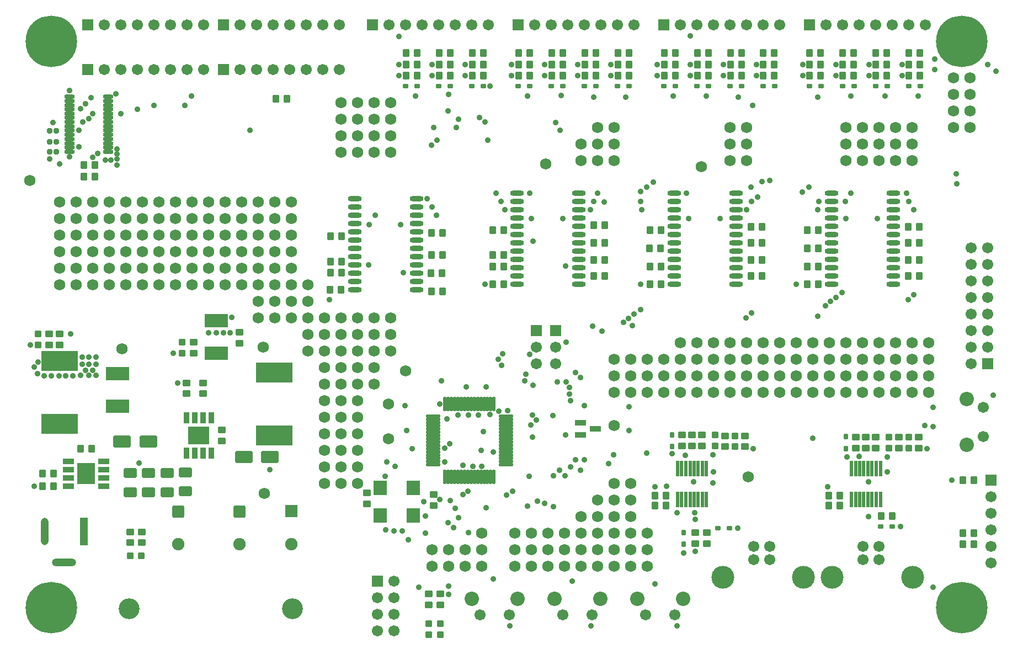
<source format=gts>
G04 Layer_Color=8388736*
%FSLAX23Y23*%
%MOIN*%
G70*
G01*
G75*
G04:AMPARAMS|DCode=81|XSize=47mil|YSize=43mil|CornerRadius=8mil|HoleSize=0mil|Usage=FLASHONLY|Rotation=270.000|XOffset=0mil|YOffset=0mil|HoleType=Round|Shape=RoundedRectangle|*
%AMROUNDEDRECTD81*
21,1,0.047,0.027,0,0,270.0*
21,1,0.031,0.043,0,0,270.0*
1,1,0.017,-0.013,-0.015*
1,1,0.017,-0.013,0.015*
1,1,0.017,0.013,0.015*
1,1,0.017,0.013,-0.015*
%
%ADD81ROUNDEDRECTD81*%
G04:AMPARAMS|DCode=82|XSize=47mil|YSize=43mil|CornerRadius=8mil|HoleSize=0mil|Usage=FLASHONLY|Rotation=180.000|XOffset=0mil|YOffset=0mil|HoleType=Round|Shape=RoundedRectangle|*
%AMROUNDEDRECTD82*
21,1,0.047,0.027,0,0,180.0*
21,1,0.031,0.043,0,0,180.0*
1,1,0.017,-0.015,0.013*
1,1,0.017,0.015,0.013*
1,1,0.017,0.015,-0.013*
1,1,0.017,-0.015,-0.013*
%
%ADD82ROUNDEDRECTD82*%
G04:AMPARAMS|DCode=83|XSize=39mil|YSize=39mil|CornerRadius=8mil|HoleSize=0mil|Usage=FLASHONLY|Rotation=270.000|XOffset=0mil|YOffset=0mil|HoleType=Round|Shape=RoundedRectangle|*
%AMROUNDEDRECTD83*
21,1,0.039,0.024,0,0,270.0*
21,1,0.024,0.039,0,0,270.0*
1,1,0.016,-0.012,-0.012*
1,1,0.016,-0.012,0.012*
1,1,0.016,0.012,0.012*
1,1,0.016,0.012,-0.012*
%
%ADD83ROUNDEDRECTD83*%
G04:AMPARAMS|DCode=84|XSize=34mil|YSize=28mil|CornerRadius=6mil|HoleSize=0mil|Usage=FLASHONLY|Rotation=180.000|XOffset=0mil|YOffset=0mil|HoleType=Round|Shape=RoundedRectangle|*
%AMROUNDEDRECTD84*
21,1,0.034,0.016,0,0,180.0*
21,1,0.022,0.028,0,0,180.0*
1,1,0.012,-0.011,0.008*
1,1,0.012,0.011,0.008*
1,1,0.012,0.011,-0.008*
1,1,0.012,-0.011,-0.008*
%
%ADD84ROUNDEDRECTD84*%
%ADD85R,0.079X0.087*%
%ADD86R,0.022X0.095*%
%ADD87O,0.083X0.032*%
%ADD88O,0.020X0.091*%
%ADD89O,0.091X0.020*%
%ADD90O,0.063X0.026*%
%ADD91R,0.130X0.110*%
%ADD92R,0.032X0.065*%
%ADD93R,0.110X0.130*%
%ADD94R,0.065X0.032*%
G04:AMPARAMS|DCode=95|XSize=32mil|YSize=32mil|CornerRadius=6mil|HoleSize=0mil|Usage=FLASHONLY|Rotation=270.000|XOffset=0mil|YOffset=0mil|HoleType=Round|Shape=RoundedRectangle|*
%AMROUNDEDRECTD95*
21,1,0.032,0.019,0,0,270.0*
21,1,0.019,0.032,0,0,270.0*
1,1,0.013,-0.009,-0.009*
1,1,0.013,-0.009,0.009*
1,1,0.013,0.009,0.009*
1,1,0.013,0.009,-0.009*
%
%ADD95ROUNDEDRECTD95*%
%ADD96R,0.221X0.122*%
G04:AMPARAMS|DCode=97|XSize=34mil|YSize=28mil|CornerRadius=6mil|HoleSize=0mil|Usage=FLASHONLY|Rotation=270.000|XOffset=0mil|YOffset=0mil|HoleType=Round|Shape=RoundedRectangle|*
%AMROUNDEDRECTD97*
21,1,0.034,0.016,0,0,270.0*
21,1,0.022,0.028,0,0,270.0*
1,1,0.012,-0.008,-0.011*
1,1,0.012,-0.008,0.011*
1,1,0.012,0.008,0.011*
1,1,0.012,0.008,-0.011*
%
%ADD97ROUNDEDRECTD97*%
G04:AMPARAMS|DCode=98|XSize=39mil|YSize=39mil|CornerRadius=8mil|HoleSize=0mil|Usage=FLASHONLY|Rotation=0.000|XOffset=0mil|YOffset=0mil|HoleType=Round|Shape=RoundedRectangle|*
%AMROUNDEDRECTD98*
21,1,0.039,0.024,0,0,0.0*
21,1,0.024,0.039,0,0,0.0*
1,1,0.016,0.012,-0.012*
1,1,0.016,-0.012,-0.012*
1,1,0.016,-0.012,0.012*
1,1,0.016,0.012,0.012*
%
%ADD98ROUNDEDRECTD98*%
G04:AMPARAMS|DCode=99|XSize=106mil|YSize=75mil|CornerRadius=12mil|HoleSize=0mil|Usage=FLASHONLY|Rotation=0.000|XOffset=0mil|YOffset=0mil|HoleType=Round|Shape=RoundedRectangle|*
%AMROUNDEDRECTD99*
21,1,0.106,0.050,0,0,0.0*
21,1,0.082,0.075,0,0,0.0*
1,1,0.025,0.041,-0.025*
1,1,0.025,-0.041,-0.025*
1,1,0.025,-0.041,0.025*
1,1,0.025,0.041,0.025*
%
%ADD99ROUNDEDRECTD99*%
%ADD100R,0.140X0.079*%
G04:AMPARAMS|DCode=101|XSize=79mil|YSize=59mil|CornerRadius=10mil|HoleSize=0mil|Usage=FLASHONLY|Rotation=0.000|XOffset=0mil|YOffset=0mil|HoleType=Round|Shape=RoundedRectangle|*
%AMROUNDEDRECTD101*
21,1,0.079,0.038,0,0,0.0*
21,1,0.058,0.059,0,0,0.0*
1,1,0.021,0.029,-0.019*
1,1,0.021,-0.029,-0.019*
1,1,0.021,-0.029,0.019*
1,1,0.021,0.029,0.019*
%
%ADD101ROUNDEDRECTD101*%
%ADD102C,0.068*%
%ADD103C,0.067*%
%ADD104R,0.067X0.067*%
%ADD105C,0.087*%
%ADD106R,0.047X0.165*%
%ADD107O,0.047X0.165*%
%ADD108O,0.146X0.047*%
%ADD109R,0.067X0.067*%
%ADD110C,0.138*%
%ADD111C,0.126*%
%ADD112C,0.075*%
%ADD113R,0.075X0.075*%
G04:AMPARAMS|DCode=114|XSize=75mil|YSize=75mil|CornerRadius=12mil|HoleSize=0mil|Usage=FLASHONLY|Rotation=270.000|XOffset=0mil|YOffset=0mil|HoleType=Round|Shape=RoundedRectangle|*
%AMROUNDEDRECTD114*
21,1,0.075,0.050,0,0,270.0*
21,1,0.050,0.075,0,0,270.0*
1,1,0.025,-0.025,-0.025*
1,1,0.025,-0.025,0.025*
1,1,0.025,0.025,0.025*
1,1,0.025,0.025,-0.025*
%
%ADD114ROUNDEDRECTD114*%
%ADD115C,0.075*%
%ADD116C,0.311*%
%ADD117C,0.036*%
D81*
X197Y985D02*
D03*
X263D02*
D03*
X263Y1060D02*
D03*
X197D02*
D03*
X5497Y3465D02*
D03*
X5430D02*
D03*
X5297D02*
D03*
X5230D02*
D03*
X5097D02*
D03*
X5030D02*
D03*
X4897D02*
D03*
X4830D02*
D03*
X4617D02*
D03*
X4550D02*
D03*
X4418D02*
D03*
X4352D02*
D03*
X4218D02*
D03*
X4152D02*
D03*
X4018D02*
D03*
X3952D02*
D03*
X3738D02*
D03*
X3672D02*
D03*
X3538D02*
D03*
X3472D02*
D03*
X3338D02*
D03*
X3272D02*
D03*
X3138D02*
D03*
X3072D02*
D03*
X2858D02*
D03*
X2792D02*
D03*
X2658D02*
D03*
X2592D02*
D03*
X2458D02*
D03*
X2392D02*
D03*
X5430Y3600D02*
D03*
X5497D02*
D03*
X5230D02*
D03*
X5297D02*
D03*
X5030D02*
D03*
X5097D02*
D03*
X4830D02*
D03*
X4897D02*
D03*
X4550D02*
D03*
X4617D02*
D03*
X4352D02*
D03*
X4418D02*
D03*
X4152D02*
D03*
X4218D02*
D03*
X3952D02*
D03*
X4018D02*
D03*
X3672D02*
D03*
X3738D02*
D03*
X3472D02*
D03*
X3538D02*
D03*
X3272D02*
D03*
X3338D02*
D03*
X3072D02*
D03*
X3138D02*
D03*
X2792D02*
D03*
X2858D02*
D03*
X2592D02*
D03*
X2658D02*
D03*
X2392D02*
D03*
X2458D02*
D03*
X5497Y3530D02*
D03*
X5430D02*
D03*
X5297D02*
D03*
X5230D02*
D03*
X5097D02*
D03*
X5030D02*
D03*
X4897D02*
D03*
X4830D02*
D03*
X4617D02*
D03*
X4550D02*
D03*
X4418D02*
D03*
X4352D02*
D03*
X4218D02*
D03*
X4152D02*
D03*
X4018D02*
D03*
X3952D02*
D03*
X3738D02*
D03*
X3672D02*
D03*
X3538D02*
D03*
X3472D02*
D03*
X3338D02*
D03*
X3272D02*
D03*
X3138D02*
D03*
X3072D02*
D03*
X2858D02*
D03*
X2792D02*
D03*
X2658D02*
D03*
X2592D02*
D03*
X2458D02*
D03*
X2392D02*
D03*
X5328Y805D02*
D03*
X5262D02*
D03*
X4947Y867D02*
D03*
X5013D02*
D03*
X3897D02*
D03*
X3963D02*
D03*
X4947Y927D02*
D03*
X5013D02*
D03*
X3897D02*
D03*
X3963D02*
D03*
X2547Y2515D02*
D03*
X2613D02*
D03*
X3527Y2560D02*
D03*
X3593D02*
D03*
X4477Y2550D02*
D03*
X4543D02*
D03*
X5427D02*
D03*
X5493D02*
D03*
X2003Y2495D02*
D03*
X1937D02*
D03*
X2983Y2530D02*
D03*
X2917D02*
D03*
X3933D02*
D03*
X3867D02*
D03*
X4883D02*
D03*
X4817D02*
D03*
X2542Y2270D02*
D03*
X2608D02*
D03*
X3527Y2350D02*
D03*
X3593D02*
D03*
X4477D02*
D03*
X4543D02*
D03*
X5427D02*
D03*
X5493D02*
D03*
X2003Y2275D02*
D03*
X1937D02*
D03*
X2983Y2310D02*
D03*
X2917D02*
D03*
X3933D02*
D03*
X3867D02*
D03*
X4883D02*
D03*
X4817D02*
D03*
X5823Y700D02*
D03*
X5757D02*
D03*
X5823Y635D02*
D03*
X5757D02*
D03*
X5823Y1020D02*
D03*
X5757D02*
D03*
X447Y2925D02*
D03*
X513D02*
D03*
X493Y1210D02*
D03*
X427D02*
D03*
X1673Y3325D02*
D03*
X1607D02*
D03*
X513Y2855D02*
D03*
X447D02*
D03*
X3862Y2420D02*
D03*
X3928D02*
D03*
X4817D02*
D03*
X4883D02*
D03*
X4543Y2255D02*
D03*
X4477D02*
D03*
X5493D02*
D03*
X5427D02*
D03*
X4543Y2455D02*
D03*
X4477D02*
D03*
X5493D02*
D03*
X5427D02*
D03*
X1932Y2170D02*
D03*
X1998D02*
D03*
X2917Y2205D02*
D03*
X2983D02*
D03*
X3867D02*
D03*
X3933D02*
D03*
X4817D02*
D03*
X4883D02*
D03*
X2003Y2340D02*
D03*
X1937D02*
D03*
X2983Y2380D02*
D03*
X2917D02*
D03*
X2547Y2160D02*
D03*
X2613D02*
D03*
X3593Y2255D02*
D03*
X3527D02*
D03*
X2547Y2380D02*
D03*
X2613D02*
D03*
X3593Y2455D02*
D03*
X3527D02*
D03*
D82*
X235Y1903D02*
D03*
Y1837D02*
D03*
X4210Y637D02*
D03*
Y703D02*
D03*
X4140Y637D02*
D03*
Y703D02*
D03*
X5490Y1213D02*
D03*
Y1280D02*
D03*
X4440Y1222D02*
D03*
Y1288D02*
D03*
X5370Y1213D02*
D03*
Y1280D02*
D03*
X4320Y1222D02*
D03*
Y1288D02*
D03*
X2155Y877D02*
D03*
Y943D02*
D03*
X725Y708D02*
D03*
Y642D02*
D03*
X1065Y1608D02*
D03*
Y1542D02*
D03*
X1165Y1542D02*
D03*
Y1608D02*
D03*
X1110Y1853D02*
D03*
Y1787D02*
D03*
X5230Y1213D02*
D03*
Y1280D02*
D03*
X4180Y1227D02*
D03*
Y1293D02*
D03*
X5110Y1213D02*
D03*
Y1280D02*
D03*
X4060Y1227D02*
D03*
Y1293D02*
D03*
X5170Y1213D02*
D03*
Y1280D02*
D03*
X4120Y1227D02*
D03*
Y1293D02*
D03*
X2560Y867D02*
D03*
Y933D02*
D03*
X795Y642D02*
D03*
Y708D02*
D03*
X1385Y1913D02*
D03*
Y1847D02*
D03*
X1280Y1257D02*
D03*
Y1323D02*
D03*
X300Y1903D02*
D03*
Y1837D02*
D03*
X2530Y333D02*
D03*
Y267D02*
D03*
X2600Y333D02*
D03*
Y267D02*
D03*
D83*
X170Y1903D02*
D03*
Y1837D02*
D03*
X5430Y1280D02*
D03*
Y1213D02*
D03*
X4380Y1288D02*
D03*
Y1222D02*
D03*
X5310Y1280D02*
D03*
Y1213D02*
D03*
X4260Y1293D02*
D03*
Y1227D02*
D03*
X1040Y1853D02*
D03*
Y1787D02*
D03*
X2530Y87D02*
D03*
Y153D02*
D03*
X2600Y87D02*
D03*
Y153D02*
D03*
D84*
X5428Y3400D02*
D03*
X5499D02*
D03*
X5228D02*
D03*
X5299D02*
D03*
X5028D02*
D03*
X5099D02*
D03*
X4828D02*
D03*
X4899D02*
D03*
X4548D02*
D03*
X4619D02*
D03*
X4350D02*
D03*
X4420D02*
D03*
X4150D02*
D03*
X4220D02*
D03*
X3950D02*
D03*
X4020D02*
D03*
X3670D02*
D03*
X3740D02*
D03*
X3470D02*
D03*
X3540D02*
D03*
X3270D02*
D03*
X3340D02*
D03*
X3070D02*
D03*
X3140D02*
D03*
X2790D02*
D03*
X2860D02*
D03*
X2590D02*
D03*
X2660D02*
D03*
X2390D02*
D03*
X2460D02*
D03*
X5330Y740D02*
D03*
X5260D02*
D03*
X4345Y730D02*
D03*
X4275D02*
D03*
D85*
X2235Y973D02*
D03*
X2435D02*
D03*
Y807D02*
D03*
X2235D02*
D03*
D86*
X5258Y1091D02*
D03*
X5233D02*
D03*
X5207D02*
D03*
X5182D02*
D03*
X5157D02*
D03*
X5133D02*
D03*
X5108D02*
D03*
X5082D02*
D03*
X5258Y902D02*
D03*
X5233D02*
D03*
X5207D02*
D03*
X5182D02*
D03*
X5157D02*
D03*
X5133D02*
D03*
X5108D02*
D03*
X5082D02*
D03*
X4207Y1091D02*
D03*
X4182D02*
D03*
X4157D02*
D03*
X4133D02*
D03*
X4108D02*
D03*
X4082D02*
D03*
X4057D02*
D03*
X4032D02*
D03*
X4207Y902D02*
D03*
X4182D02*
D03*
X4157D02*
D03*
X4133D02*
D03*
X4108D02*
D03*
X4082D02*
D03*
X4057D02*
D03*
X4032D02*
D03*
D87*
X2083Y2720D02*
D03*
Y2670D02*
D03*
Y2620D02*
D03*
Y2570D02*
D03*
Y2520D02*
D03*
Y2470D02*
D03*
Y2420D02*
D03*
Y2370D02*
D03*
Y2320D02*
D03*
Y2270D02*
D03*
Y2220D02*
D03*
Y2170D02*
D03*
X2457Y2720D02*
D03*
Y2670D02*
D03*
Y2620D02*
D03*
Y2570D02*
D03*
Y2520D02*
D03*
Y2470D02*
D03*
Y2420D02*
D03*
Y2370D02*
D03*
Y2320D02*
D03*
Y2270D02*
D03*
Y2220D02*
D03*
Y2170D02*
D03*
X3063Y2755D02*
D03*
Y2705D02*
D03*
Y2655D02*
D03*
Y2605D02*
D03*
Y2555D02*
D03*
Y2505D02*
D03*
Y2455D02*
D03*
Y2405D02*
D03*
Y2355D02*
D03*
Y2305D02*
D03*
Y2255D02*
D03*
Y2205D02*
D03*
X3437Y2755D02*
D03*
Y2705D02*
D03*
Y2655D02*
D03*
Y2605D02*
D03*
Y2555D02*
D03*
Y2505D02*
D03*
Y2455D02*
D03*
Y2405D02*
D03*
Y2355D02*
D03*
Y2305D02*
D03*
Y2255D02*
D03*
Y2205D02*
D03*
X4013Y2755D02*
D03*
Y2705D02*
D03*
Y2655D02*
D03*
Y2605D02*
D03*
Y2555D02*
D03*
Y2505D02*
D03*
Y2455D02*
D03*
Y2405D02*
D03*
Y2355D02*
D03*
Y2305D02*
D03*
Y2255D02*
D03*
Y2205D02*
D03*
X4387Y2755D02*
D03*
Y2705D02*
D03*
Y2655D02*
D03*
Y2605D02*
D03*
Y2555D02*
D03*
Y2505D02*
D03*
Y2455D02*
D03*
Y2405D02*
D03*
Y2355D02*
D03*
Y2305D02*
D03*
Y2255D02*
D03*
Y2205D02*
D03*
X4963Y2755D02*
D03*
Y2705D02*
D03*
Y2655D02*
D03*
Y2605D02*
D03*
Y2555D02*
D03*
Y2505D02*
D03*
Y2455D02*
D03*
Y2405D02*
D03*
Y2355D02*
D03*
Y2305D02*
D03*
Y2255D02*
D03*
Y2205D02*
D03*
X5337Y2755D02*
D03*
Y2705D02*
D03*
Y2655D02*
D03*
Y2605D02*
D03*
Y2555D02*
D03*
Y2505D02*
D03*
Y2455D02*
D03*
Y2405D02*
D03*
Y2355D02*
D03*
Y2305D02*
D03*
Y2255D02*
D03*
Y2205D02*
D03*
D88*
X2923Y1040D02*
D03*
X2903D02*
D03*
X2883D02*
D03*
X2864D02*
D03*
X2844D02*
D03*
X2824D02*
D03*
X2805D02*
D03*
X2785D02*
D03*
X2765D02*
D03*
X2745D02*
D03*
X2726D02*
D03*
X2706D02*
D03*
X2686D02*
D03*
X2667D02*
D03*
X2647D02*
D03*
X2627D02*
D03*
Y1480D02*
D03*
X2647D02*
D03*
X2667D02*
D03*
X2686D02*
D03*
X2706D02*
D03*
X2726D02*
D03*
X2745D02*
D03*
X2765D02*
D03*
X2785D02*
D03*
X2805D02*
D03*
X2824D02*
D03*
X2844D02*
D03*
X2864D02*
D03*
X2883D02*
D03*
X2903D02*
D03*
X2923D02*
D03*
D89*
X2555Y1112D02*
D03*
Y1132D02*
D03*
Y1152D02*
D03*
Y1171D02*
D03*
Y1191D02*
D03*
Y1211D02*
D03*
Y1230D02*
D03*
Y1250D02*
D03*
Y1270D02*
D03*
Y1290D02*
D03*
Y1309D02*
D03*
Y1329D02*
D03*
Y1349D02*
D03*
Y1368D02*
D03*
Y1388D02*
D03*
Y1408D02*
D03*
X2995D02*
D03*
Y1388D02*
D03*
Y1368D02*
D03*
Y1349D02*
D03*
Y1329D02*
D03*
Y1309D02*
D03*
Y1290D02*
D03*
Y1270D02*
D03*
Y1250D02*
D03*
Y1230D02*
D03*
Y1211D02*
D03*
Y1191D02*
D03*
Y1171D02*
D03*
Y1152D02*
D03*
Y1132D02*
D03*
Y1112D02*
D03*
D90*
X591Y3004D02*
D03*
Y3029D02*
D03*
Y3055D02*
D03*
Y3081D02*
D03*
Y3106D02*
D03*
Y3132D02*
D03*
Y3157D02*
D03*
Y3183D02*
D03*
Y3209D02*
D03*
Y3234D02*
D03*
Y3260D02*
D03*
Y3285D02*
D03*
Y3311D02*
D03*
Y3337D02*
D03*
X359Y3004D02*
D03*
Y3029D02*
D03*
Y3055D02*
D03*
Y3081D02*
D03*
Y3106D02*
D03*
Y3132D02*
D03*
Y3157D02*
D03*
Y3183D02*
D03*
Y3209D02*
D03*
Y3234D02*
D03*
Y3260D02*
D03*
Y3285D02*
D03*
Y3311D02*
D03*
Y3337D02*
D03*
D91*
X1140Y1290D02*
D03*
D92*
X1065Y1183D02*
D03*
X1115D02*
D03*
X1165D02*
D03*
X1215D02*
D03*
X1065Y1397D02*
D03*
X1115D02*
D03*
X1165D02*
D03*
X1215D02*
D03*
D93*
X460Y1060D02*
D03*
D94*
X567Y985D02*
D03*
Y1035D02*
D03*
Y1085D02*
D03*
Y1135D02*
D03*
X353Y985D02*
D03*
Y1035D02*
D03*
Y1085D02*
D03*
Y1135D02*
D03*
X3445Y1367D02*
D03*
Y1293D02*
D03*
X3537Y1330D02*
D03*
D95*
X240Y3005D02*
D03*
X280D02*
D03*
X240Y3065D02*
D03*
X280D02*
D03*
X240Y3130D02*
D03*
X280D02*
D03*
D96*
X1595Y1289D02*
D03*
Y1671D02*
D03*
X300Y1359D02*
D03*
Y1741D02*
D03*
D97*
X4070Y635D02*
D03*
Y705D02*
D03*
X5050Y1211D02*
D03*
Y1282D02*
D03*
X4000Y1225D02*
D03*
Y1295D02*
D03*
D98*
X727Y565D02*
D03*
X793D02*
D03*
D99*
X1569Y1160D02*
D03*
X1411D02*
D03*
X834Y1255D02*
D03*
X676D02*
D03*
D100*
X1245Y1786D02*
D03*
Y1984D02*
D03*
X650Y1664D02*
D03*
Y1466D02*
D03*
D101*
X1060Y1067D02*
D03*
Y953D02*
D03*
X950Y1062D02*
D03*
Y948D02*
D03*
X835Y1062D02*
D03*
Y948D02*
D03*
X725Y1062D02*
D03*
Y948D02*
D03*
D102*
X120Y2830D02*
D03*
X2285Y1270D02*
D03*
X1530Y1825D02*
D03*
X675Y1815D02*
D03*
X1535Y940D02*
D03*
X4175Y2915D02*
D03*
X4460Y1040D02*
D03*
X2390Y1680D02*
D03*
X2285Y1480D02*
D03*
X3235Y2930D02*
D03*
X3650Y1350D02*
D03*
X300Y2700D02*
D03*
Y2600D02*
D03*
Y2500D02*
D03*
Y2400D02*
D03*
Y2300D02*
D03*
Y2200D02*
D03*
X400D02*
D03*
Y2300D02*
D03*
Y2400D02*
D03*
Y2500D02*
D03*
Y2600D02*
D03*
Y2700D02*
D03*
X500Y2200D02*
D03*
Y2300D02*
D03*
Y2400D02*
D03*
Y2500D02*
D03*
Y2600D02*
D03*
Y2700D02*
D03*
X600Y2200D02*
D03*
Y2300D02*
D03*
Y2400D02*
D03*
Y2500D02*
D03*
Y2600D02*
D03*
Y2700D02*
D03*
X700Y2200D02*
D03*
Y2300D02*
D03*
Y2400D02*
D03*
Y2500D02*
D03*
Y2600D02*
D03*
Y2700D02*
D03*
X800Y2200D02*
D03*
Y2300D02*
D03*
Y2400D02*
D03*
Y2500D02*
D03*
Y2600D02*
D03*
Y2700D02*
D03*
X900Y2200D02*
D03*
Y2300D02*
D03*
Y2400D02*
D03*
Y2500D02*
D03*
Y2600D02*
D03*
Y2700D02*
D03*
X1000Y2200D02*
D03*
Y2300D02*
D03*
Y2400D02*
D03*
Y2500D02*
D03*
Y2600D02*
D03*
Y2700D02*
D03*
X1100Y2200D02*
D03*
Y2300D02*
D03*
Y2400D02*
D03*
Y2500D02*
D03*
Y2600D02*
D03*
Y2700D02*
D03*
X1200Y2200D02*
D03*
Y2300D02*
D03*
Y2400D02*
D03*
Y2500D02*
D03*
Y2600D02*
D03*
Y2700D02*
D03*
X1300Y2200D02*
D03*
Y2300D02*
D03*
Y2400D02*
D03*
Y2500D02*
D03*
Y2600D02*
D03*
Y2700D02*
D03*
X1400Y2200D02*
D03*
Y2300D02*
D03*
Y2400D02*
D03*
Y2500D02*
D03*
Y2600D02*
D03*
Y2700D02*
D03*
X1500Y2200D02*
D03*
Y2300D02*
D03*
Y2400D02*
D03*
Y2500D02*
D03*
Y2600D02*
D03*
Y2700D02*
D03*
X1600Y2200D02*
D03*
Y2300D02*
D03*
Y2400D02*
D03*
Y2500D02*
D03*
Y2600D02*
D03*
Y2700D02*
D03*
X1700Y2200D02*
D03*
Y2300D02*
D03*
Y2400D02*
D03*
Y2500D02*
D03*
Y2600D02*
D03*
Y2700D02*
D03*
X2000Y3300D02*
D03*
X2100D02*
D03*
X2000Y3200D02*
D03*
X2100D02*
D03*
Y3100D02*
D03*
X2000D02*
D03*
X2200Y3300D02*
D03*
Y3200D02*
D03*
Y3100D02*
D03*
X2000Y3000D02*
D03*
X2100D02*
D03*
X2200D02*
D03*
X2300Y3300D02*
D03*
Y3200D02*
D03*
Y3100D02*
D03*
Y3000D02*
D03*
X3450Y3050D02*
D03*
Y2950D02*
D03*
X3550D02*
D03*
Y3050D02*
D03*
Y3150D02*
D03*
X3650D02*
D03*
Y3050D02*
D03*
Y2950D02*
D03*
X4350Y3150D02*
D03*
Y3050D02*
D03*
Y2950D02*
D03*
X4450D02*
D03*
Y3050D02*
D03*
Y3150D02*
D03*
X5150D02*
D03*
X5250D02*
D03*
X5350D02*
D03*
X5450D02*
D03*
Y3050D02*
D03*
X5350D02*
D03*
X5250D02*
D03*
X5150D02*
D03*
Y2950D02*
D03*
X5250D02*
D03*
X5350D02*
D03*
X5450D02*
D03*
X3650Y1750D02*
D03*
Y1650D02*
D03*
Y1550D02*
D03*
X3750D02*
D03*
Y1650D02*
D03*
Y1750D02*
D03*
X3850Y1550D02*
D03*
Y1650D02*
D03*
Y1750D02*
D03*
X3950Y1550D02*
D03*
Y1650D02*
D03*
Y1750D02*
D03*
X4050Y1550D02*
D03*
Y1650D02*
D03*
Y1750D02*
D03*
X4150Y1550D02*
D03*
Y1650D02*
D03*
Y1750D02*
D03*
X4250Y1550D02*
D03*
Y1650D02*
D03*
Y1750D02*
D03*
X4350Y1550D02*
D03*
Y1650D02*
D03*
Y1750D02*
D03*
X4750D02*
D03*
Y1650D02*
D03*
Y1550D02*
D03*
X4650Y1750D02*
D03*
Y1650D02*
D03*
Y1550D02*
D03*
X4550Y1750D02*
D03*
Y1650D02*
D03*
Y1550D02*
D03*
X4450Y1750D02*
D03*
Y1650D02*
D03*
Y1550D02*
D03*
X5150Y1750D02*
D03*
Y1650D02*
D03*
Y1550D02*
D03*
X5050Y1750D02*
D03*
Y1650D02*
D03*
Y1550D02*
D03*
X4950Y1750D02*
D03*
Y1650D02*
D03*
Y1550D02*
D03*
X4850Y1750D02*
D03*
Y1650D02*
D03*
Y1550D02*
D03*
X5550Y1750D02*
D03*
Y1650D02*
D03*
X5450Y1750D02*
D03*
Y1650D02*
D03*
Y1550D02*
D03*
X5350Y1750D02*
D03*
Y1650D02*
D03*
Y1550D02*
D03*
X5250Y1750D02*
D03*
Y1650D02*
D03*
Y1550D02*
D03*
Y1850D02*
D03*
X5350D02*
D03*
X5450D02*
D03*
X5550D02*
D03*
X4850D02*
D03*
X4950D02*
D03*
X5050D02*
D03*
X5150D02*
D03*
X4450D02*
D03*
X4550D02*
D03*
X4650D02*
D03*
X4750D02*
D03*
X4350D02*
D03*
X4250D02*
D03*
X4150D02*
D03*
X4050D02*
D03*
X1500Y2100D02*
D03*
Y2000D02*
D03*
X1600D02*
D03*
Y2100D02*
D03*
X1700D02*
D03*
Y2000D02*
D03*
X1800D02*
D03*
Y2100D02*
D03*
Y2200D02*
D03*
Y1900D02*
D03*
Y1800D02*
D03*
X1900D02*
D03*
Y1900D02*
D03*
Y2000D02*
D03*
X2000D02*
D03*
Y1900D02*
D03*
Y1800D02*
D03*
X2100D02*
D03*
Y1900D02*
D03*
Y2000D02*
D03*
X2200Y1800D02*
D03*
Y1900D02*
D03*
Y2000D02*
D03*
X2300Y1800D02*
D03*
Y1900D02*
D03*
Y2000D02*
D03*
X2200Y1700D02*
D03*
Y1600D02*
D03*
X2100Y1700D02*
D03*
Y1600D02*
D03*
X2000Y1700D02*
D03*
Y1600D02*
D03*
X1900Y1700D02*
D03*
Y1600D02*
D03*
Y1500D02*
D03*
Y1400D02*
D03*
X2000Y1500D02*
D03*
Y1400D02*
D03*
Y1300D02*
D03*
Y1200D02*
D03*
X1900Y1300D02*
D03*
Y1200D02*
D03*
X2100Y1300D02*
D03*
Y1200D02*
D03*
Y1100D02*
D03*
Y1000D02*
D03*
X2000Y1100D02*
D03*
Y1000D02*
D03*
X1900Y1100D02*
D03*
Y1000D02*
D03*
X2100Y1500D02*
D03*
Y1400D02*
D03*
X2550Y600D02*
D03*
Y500D02*
D03*
X2650D02*
D03*
Y600D02*
D03*
X2750D02*
D03*
Y500D02*
D03*
X2850D02*
D03*
Y600D02*
D03*
X3050D02*
D03*
Y500D02*
D03*
Y700D02*
D03*
X3150D02*
D03*
Y500D02*
D03*
Y600D02*
D03*
X3250Y700D02*
D03*
Y500D02*
D03*
Y600D02*
D03*
X3350Y700D02*
D03*
Y500D02*
D03*
Y600D02*
D03*
X3450Y700D02*
D03*
Y500D02*
D03*
Y600D02*
D03*
X3550Y700D02*
D03*
Y500D02*
D03*
Y600D02*
D03*
X3650Y700D02*
D03*
Y500D02*
D03*
Y600D02*
D03*
X3750Y700D02*
D03*
Y500D02*
D03*
Y600D02*
D03*
X3850Y700D02*
D03*
Y500D02*
D03*
Y600D02*
D03*
X3650Y1000D02*
D03*
Y800D02*
D03*
Y900D02*
D03*
X3550Y800D02*
D03*
Y900D02*
D03*
X3450Y800D02*
D03*
X3750Y1000D02*
D03*
Y900D02*
D03*
Y800D02*
D03*
X5050Y3150D02*
D03*
Y3050D02*
D03*
Y2950D02*
D03*
X5700Y3450D02*
D03*
X5800D02*
D03*
Y3350D02*
D03*
X5700D02*
D03*
Y3250D02*
D03*
X5800D02*
D03*
Y3150D02*
D03*
X5700D02*
D03*
X5550Y1550D02*
D03*
X2850Y700D02*
D03*
D103*
X5805Y1925D02*
D03*
Y2025D02*
D03*
Y2125D02*
D03*
Y2225D02*
D03*
Y2325D02*
D03*
Y2425D02*
D03*
X5905Y2225D02*
D03*
Y2125D02*
D03*
Y2025D02*
D03*
Y1925D02*
D03*
Y1825D02*
D03*
Y2325D02*
D03*
Y2425D02*
D03*
X5805Y1725D02*
D03*
Y1825D02*
D03*
X3839Y207D02*
D03*
X4016D02*
D03*
X3339D02*
D03*
X3516D02*
D03*
X2839D02*
D03*
X3016D02*
D03*
X5878Y1284D02*
D03*
Y1461D02*
D03*
X3295Y1725D02*
D03*
Y1825D02*
D03*
X3180Y1725D02*
D03*
Y1825D02*
D03*
X1990Y3770D02*
D03*
X1890D02*
D03*
X1790D02*
D03*
X1690D02*
D03*
X1590D02*
D03*
X1490D02*
D03*
X1390D02*
D03*
X4650D02*
D03*
X4550D02*
D03*
X4450D02*
D03*
X4350D02*
D03*
X4250D02*
D03*
X4150D02*
D03*
X4050D02*
D03*
X1170D02*
D03*
X1070D02*
D03*
X970D02*
D03*
X870D02*
D03*
X770D02*
D03*
X670D02*
D03*
X570D02*
D03*
X3770D02*
D03*
X3670D02*
D03*
X3570D02*
D03*
X3470D02*
D03*
X3370D02*
D03*
X3270D02*
D03*
X3170D02*
D03*
X2220Y310D02*
D03*
Y210D02*
D03*
Y110D02*
D03*
X2320Y410D02*
D03*
Y310D02*
D03*
Y210D02*
D03*
Y110D02*
D03*
X2890Y3770D02*
D03*
X2790D02*
D03*
X2690D02*
D03*
X2590D02*
D03*
X2490D02*
D03*
X2390D02*
D03*
X2290D02*
D03*
X5925Y519D02*
D03*
Y619D02*
D03*
Y719D02*
D03*
Y819D02*
D03*
Y919D02*
D03*
X1990Y3500D02*
D03*
X1890D02*
D03*
X1790D02*
D03*
X1690D02*
D03*
X1590D02*
D03*
X1490D02*
D03*
X1390D02*
D03*
X4590Y620D02*
D03*
X4492D02*
D03*
Y541D02*
D03*
X4590D02*
D03*
X5250Y620D02*
D03*
X5152D02*
D03*
Y541D02*
D03*
X5250D02*
D03*
X1170Y3500D02*
D03*
X1070D02*
D03*
X970D02*
D03*
X870D02*
D03*
X770D02*
D03*
X670D02*
D03*
X570D02*
D03*
X5530Y3770D02*
D03*
X5430D02*
D03*
X5330D02*
D03*
X5230D02*
D03*
X5130D02*
D03*
X5030D02*
D03*
X4930D02*
D03*
D104*
X5905Y1725D02*
D03*
X3295Y1925D02*
D03*
X3180D02*
D03*
X2220Y410D02*
D03*
X5925Y1019D02*
D03*
D105*
X3790Y305D02*
D03*
X4066D02*
D03*
X3290D02*
D03*
X3566D02*
D03*
X2790D02*
D03*
X3066D02*
D03*
X5780Y1235D02*
D03*
Y1511D02*
D03*
D106*
X445Y710D02*
D03*
D107*
X209D02*
D03*
D108*
X327Y525D02*
D03*
D109*
X1290Y3770D02*
D03*
X3950D02*
D03*
X470D02*
D03*
X3070D02*
D03*
X2190D02*
D03*
X1290Y3500D02*
D03*
X470D02*
D03*
X4830Y3770D02*
D03*
D110*
X4304Y435D02*
D03*
X4792D02*
D03*
X4964D02*
D03*
X5452D02*
D03*
D111*
X720Y245D02*
D03*
X1704D02*
D03*
D112*
X1700Y635D02*
D03*
D113*
Y835D02*
D03*
D114*
X1015Y830D02*
D03*
X1385D02*
D03*
D115*
X1015Y633D02*
D03*
X1385D02*
D03*
D116*
X250Y250D02*
D03*
Y3670D02*
D03*
X5750D02*
D03*
Y250D02*
D03*
D117*
X1097Y1268D02*
D03*
Y1312D02*
D03*
X1140Y1268D02*
D03*
Y1312D02*
D03*
X1183Y1268D02*
D03*
Y1312D02*
D03*
X482Y1017D02*
D03*
X438D02*
D03*
X482Y1060D02*
D03*
X438D02*
D03*
X482Y1103D02*
D03*
X438D02*
D03*
X500Y1685D02*
D03*
X455D02*
D03*
X435Y1720D02*
D03*
X780Y1125D02*
D03*
X640Y3355D02*
D03*
X5185Y800D02*
D03*
Y1010D02*
D03*
X3740Y1465D02*
D03*
X3415Y1145D02*
D03*
X3380Y1580D02*
D03*
Y1540D02*
D03*
X3470Y1145D02*
D03*
Y1470D02*
D03*
X3385Y1500D02*
D03*
X3505Y2655D02*
D03*
X3590Y2700D02*
D03*
X3845Y2790D02*
D03*
X3810Y2765D02*
D03*
X3885Y2820D02*
D03*
X4445Y2000D02*
D03*
X5425Y2110D02*
D03*
X5460Y2655D02*
D03*
Y2140D02*
D03*
X3770Y2025D02*
D03*
X4925Y2075D02*
D03*
X5045Y2705D02*
D03*
X3760Y1955D02*
D03*
X300Y2930D02*
D03*
X260Y3180D02*
D03*
X475Y3205D02*
D03*
X500Y3235D02*
D03*
X4130Y1010D02*
D03*
X2658Y897D02*
D03*
X2875Y855D02*
D03*
X2550Y2670D02*
D03*
X2575Y2620D02*
D03*
X2605Y1620D02*
D03*
X2950Y1750D02*
D03*
X2970Y1715D02*
D03*
X3140Y1780D02*
D03*
X3115Y1660D02*
D03*
X415Y3035D02*
D03*
X1340Y2005D02*
D03*
X1330Y1910D02*
D03*
X1290D02*
D03*
X1245D02*
D03*
X1200D02*
D03*
X987Y1787D02*
D03*
X1013Y1608D02*
D03*
X1570Y1085D02*
D03*
X520Y1655D02*
D03*
X475D02*
D03*
Y1720D02*
D03*
X520D02*
D03*
Y1765D02*
D03*
X475D02*
D03*
X365Y1905D02*
D03*
X122Y1837D02*
D03*
X170Y1735D02*
D03*
X145Y1705D02*
D03*
X165Y1665D02*
D03*
X250Y1650D02*
D03*
X205D02*
D03*
X295D02*
D03*
X335D02*
D03*
X380D02*
D03*
X425Y1655D02*
D03*
X435Y1765D02*
D03*
X145Y985D02*
D03*
X4940Y980D02*
D03*
X4850Y1275D02*
D03*
X5380Y740D02*
D03*
X5575Y375D02*
D03*
X4140Y590D02*
D03*
X4395Y730D02*
D03*
X4140Y785D02*
D03*
X4070Y580D02*
D03*
X3155Y1280D02*
D03*
X3283Y1047D02*
D03*
X3352D02*
D03*
X3155Y1415D02*
D03*
X3145Y1355D02*
D03*
X3180Y1385D02*
D03*
X3160Y1595D02*
D03*
X3110Y1620D02*
D03*
X3357Y1293D02*
D03*
X3280Y1410D02*
D03*
X2550Y3530D02*
D03*
X2750D02*
D03*
X3030D02*
D03*
X3230D02*
D03*
X3430D02*
D03*
X3630D02*
D03*
X3910D02*
D03*
X4110D02*
D03*
X4310D02*
D03*
X4508D02*
D03*
X4788D02*
D03*
X4988D02*
D03*
X5188D02*
D03*
X5388D02*
D03*
X2350D02*
D03*
X3810Y2205D02*
D03*
X1930Y2110D02*
D03*
X3160Y2465D02*
D03*
X3355Y2315D02*
D03*
X2375Y2275D02*
D03*
X2165Y2320D02*
D03*
X425Y3265D02*
D03*
X490Y3330D02*
D03*
X360Y3375D02*
D03*
X455Y3295D02*
D03*
X1055Y3285D02*
D03*
X1095Y3340D02*
D03*
X870Y3285D02*
D03*
X770Y3260D02*
D03*
X670Y3235D02*
D03*
X4030Y825D02*
D03*
X5525Y1350D02*
D03*
X500Y2970D02*
D03*
X645Y2990D02*
D03*
Y3020D02*
D03*
Y2960D02*
D03*
X530Y2995D02*
D03*
X360Y2975D02*
D03*
X240Y2960D02*
D03*
X5300Y1070D02*
D03*
X5540Y1210D02*
D03*
X2735Y1110D02*
D03*
X5940Y1534D02*
D03*
X4030Y140D02*
D03*
X3510D02*
D03*
X3020D02*
D03*
X4250Y1070D02*
D03*
X4490Y1210D02*
D03*
X2650Y330D02*
D03*
X440Y3185D02*
D03*
X2170Y2565D02*
D03*
X2360D02*
D03*
X3150Y2600D02*
D03*
X3340D02*
D03*
X4100D02*
D03*
X4290D02*
D03*
X5240D02*
D03*
X2520Y2720D02*
D03*
X3550Y2755D02*
D03*
X2965Y2705D02*
D03*
X2935Y2755D02*
D03*
X2755Y1585D02*
D03*
X2875D02*
D03*
X5050Y2600D02*
D03*
X3360Y1855D02*
D03*
X2975Y1785D02*
D03*
X4245Y1005D02*
D03*
X4135Y825D02*
D03*
X4085Y2755D02*
D03*
X3140D02*
D03*
X2430Y1210D02*
D03*
X5430Y2705D02*
D03*
X4450Y2655D02*
D03*
X4480Y2705D02*
D03*
X4515Y2730D02*
D03*
X2625Y1215D02*
D03*
X2595Y1480D02*
D03*
X3810Y2705D02*
D03*
X4885D02*
D03*
X5080Y2755D02*
D03*
X5720Y2810D02*
D03*
X3035Y955D02*
D03*
X4880Y2655D02*
D03*
X3815D02*
D03*
X3415Y1670D02*
D03*
X3445Y1640D02*
D03*
X3845Y1185D02*
D03*
X3360Y1615D02*
D03*
X3305D02*
D03*
X5575Y1345D02*
D03*
Y1460D02*
D03*
X3740Y1320D02*
D03*
X5905Y3530D02*
D03*
X645Y2925D02*
D03*
X610Y2955D02*
D03*
X575D02*
D03*
X3135Y1045D02*
D03*
X2325Y1105D02*
D03*
X2205Y2620D02*
D03*
X2385Y1470D02*
D03*
X3895Y980D02*
D03*
X3965Y985D02*
D03*
X4080Y1170D02*
D03*
X4245Y1175D02*
D03*
X4000Y1180D02*
D03*
X5130Y1165D02*
D03*
X5055Y1160D02*
D03*
X2990Y2655D02*
D03*
X3525Y2705D02*
D03*
X5415Y2755D02*
D03*
X5300Y1160D02*
D03*
X2920Y1190D02*
D03*
X3645Y1175D02*
D03*
X2500Y890D02*
D03*
X2265Y1045D02*
D03*
X5715Y2870D02*
D03*
X2350Y3465D02*
D03*
X2550Y3465D02*
D03*
X2750D02*
D03*
X3030D02*
D03*
X3230Y3465D02*
D03*
X3430D02*
D03*
X3630Y3465D02*
D03*
X3910D02*
D03*
X4110D02*
D03*
X4310D02*
D03*
X4510Y3465D02*
D03*
X4790D02*
D03*
X4990D02*
D03*
X5190D02*
D03*
X5390D02*
D03*
X2350Y3700D02*
D03*
X2870Y2205D02*
D03*
X2900Y3400D02*
D03*
X2680Y735D02*
D03*
X2645Y765D02*
D03*
X2765Y955D02*
D03*
X2735Y935D02*
D03*
X2270Y720D02*
D03*
X2320Y715D02*
D03*
X2370D02*
D03*
X3125Y865D02*
D03*
X2510Y700D02*
D03*
X2405Y660D02*
D03*
X2470Y375D02*
D03*
X2770Y705D02*
D03*
X2650Y380D02*
D03*
X3185Y895D02*
D03*
X2920Y425D02*
D03*
X3230Y880D02*
D03*
X3395Y410D02*
D03*
X3282Y860D02*
D03*
X3895Y395D02*
D03*
X2580Y3075D02*
D03*
X2545Y3045D02*
D03*
X2650Y3350D02*
D03*
X2695Y3150D02*
D03*
X2560D02*
D03*
X2450Y3340D02*
D03*
X2645Y3250D02*
D03*
X2710Y3200D02*
D03*
X2835Y3210D02*
D03*
X2870Y3185D02*
D03*
X3125Y3340D02*
D03*
X3330Y3345D02*
D03*
X3295Y3180D02*
D03*
X3323Y3135D02*
D03*
X3525Y3335D02*
D03*
X3720D02*
D03*
X4005Y3340D02*
D03*
X4205D02*
D03*
X4110Y3705D02*
D03*
X2596Y904D02*
D03*
X3000Y930D02*
D03*
X2510Y805D02*
D03*
X4543Y2823D02*
D03*
X4590Y2830D02*
D03*
X4400Y3335D02*
D03*
X4485Y3285D02*
D03*
X4785Y2760D02*
D03*
X4475Y2790D02*
D03*
X4825D02*
D03*
X4880Y3335D02*
D03*
X5080Y3340D02*
D03*
X5285D02*
D03*
X5485D02*
D03*
X5585Y3500D02*
D03*
Y3565D02*
D03*
X3575Y1920D02*
D03*
X4480Y2030D02*
D03*
X3520Y1950D02*
D03*
X3810Y2050D02*
D03*
X3735Y1998D02*
D03*
X3705Y1975D02*
D03*
X5025Y2155D02*
D03*
X4955Y2100D02*
D03*
X4990Y2125D02*
D03*
X4880Y2010D02*
D03*
X4750Y2205D02*
D03*
X2860Y1315D02*
D03*
X3005Y1440D02*
D03*
X2951Y1436D02*
D03*
X2898Y1417D02*
D03*
X2850Y1105D02*
D03*
X2795D02*
D03*
X3615Y1120D02*
D03*
X415Y3135D02*
D03*
X2885Y3075D02*
D03*
X5690Y1020D02*
D03*
X2275Y1130D02*
D03*
X2395Y1320D02*
D03*
X1450Y3135D02*
D03*
X2845Y1200D02*
D03*
X2625Y1130D02*
D03*
X2707Y1413D02*
D03*
X2830Y1415D02*
D03*
X2770D02*
D03*
X2640Y1390D02*
D03*
X2655Y1240D02*
D03*
X5955Y3490D02*
D03*
X3320Y1080D02*
D03*
X3445D02*
D03*
X3385Y1100D02*
D03*
X2710Y795D02*
D03*
X2690Y850D02*
D03*
M02*

</source>
